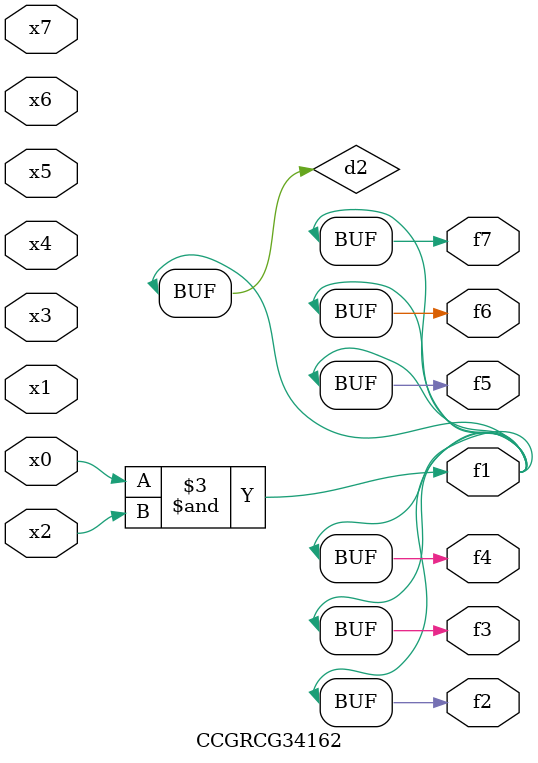
<source format=v>
module CCGRCG34162(
	input x0, x1, x2, x3, x4, x5, x6, x7,
	output f1, f2, f3, f4, f5, f6, f7
);

	wire d1, d2;

	nor (d1, x3, x6);
	and (d2, x0, x2);
	assign f1 = d2;
	assign f2 = d2;
	assign f3 = d2;
	assign f4 = d2;
	assign f5 = d2;
	assign f6 = d2;
	assign f7 = d2;
endmodule

</source>
